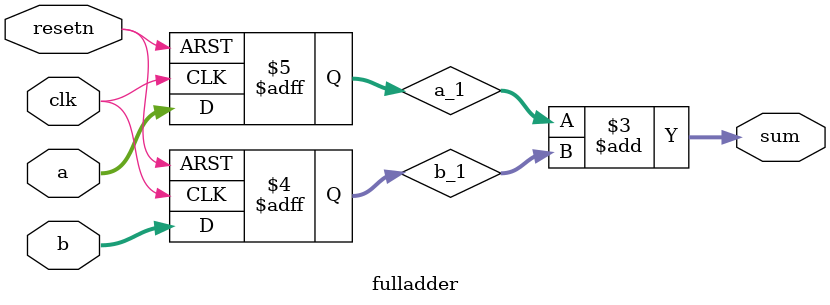
<source format=sv>
module fulladder(
  input wire [31:0] a,
  input wire [31:0] b,  
  input wire clk,
  input wire resetn,
  
  output wire [31:0] sum
  //output logic carry_out
);
  reg [31:0] b_1;
  reg [31:0] a_1;
  //s = a + b;
  //carry_out = (a ^ b) | (a ^ carry_in) | (a ^ carry_out);
  
  always@(posedge clk or negedge resetn) begin
    if (~resetn) begin
	a_1 <= 32'b0;
	b_1 <= 32'b0;
    end
    else begin	
        a_1 <= a;
        b_1 <= b;
    end
  end
  
//  assign sum = a_1 + (b_1 & 32'h5);
  assign sum = a_1 + b_1;
  
  
endmodule 
</source>
